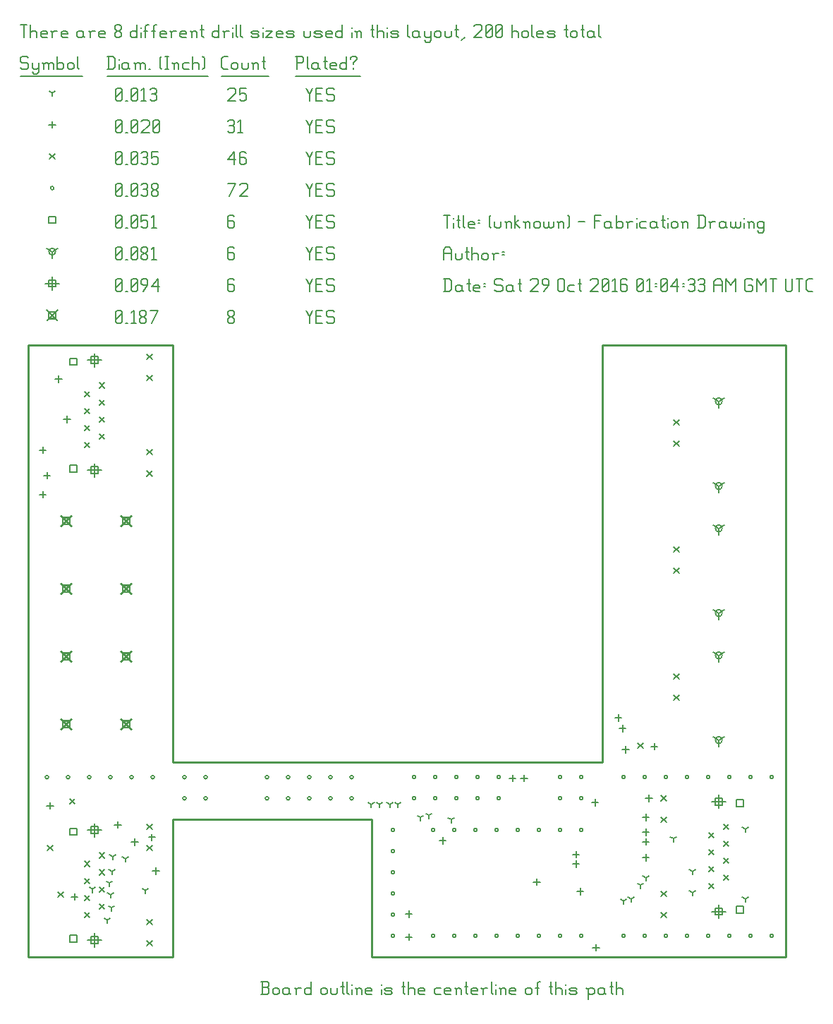
<source format=gbr>
G04 start of page 12 for group -3984 idx -3984 *
G04 Title: (unknown), fab *
G04 Creator: pcb 1.99z *
G04 CreationDate: Sat 29 Oct 2016 01:04:33 AM GMT UTC *
G04 For: commonadmin *
G04 Format: Gerber/RS-274X *
G04 PCB-Dimensions (mil): 4000.00 3000.00 *
G04 PCB-Coordinate-Origin: lower left *
%MOIN*%
%FSLAX25Y25*%
%LNFAB*%
%ADD113C,0.0100*%
%ADD112C,0.0075*%
%ADD111C,0.0060*%
%ADD110R,0.0080X0.0080*%
%ADD109C,0.0001*%
G54D109*G36*
X19254Y152997D02*X24619Y147631D01*
X24054Y147066D01*
X18688Y152431D01*
X19254Y152997D01*
G37*
G36*
X18688Y147631D02*X24054Y152997D01*
X24619Y152431D01*
X19254Y147066D01*
X18688Y147631D01*
G37*
G54D110*X20054Y151631D02*X23254D01*
X20054D02*Y148431D01*
X23254D01*
Y151631D02*Y148431D01*
G54D109*G36*
X47600Y152997D02*X52966Y147631D01*
X52400Y147066D01*
X47034Y152431D01*
X47600Y152997D01*
G37*
G36*
X47034Y147631D02*X52400Y152997D01*
X52966Y152431D01*
X47600Y147066D01*
X47034Y147631D01*
G37*
G54D110*X48400Y151631D02*X51600D01*
X48400D02*Y148431D01*
X51600D01*
Y151631D02*Y148431D01*
G54D109*G36*
X19254Y184997D02*X24619Y179631D01*
X24054Y179066D01*
X18688Y184431D01*
X19254Y184997D01*
G37*
G36*
X18688Y179631D02*X24054Y184997D01*
X24619Y184431D01*
X19254Y179066D01*
X18688Y179631D01*
G37*
G54D110*X20054Y183631D02*X23254D01*
X20054D02*Y180431D01*
X23254D01*
Y183631D02*Y180431D01*
G54D109*G36*
X47600Y184997D02*X52966Y179631D01*
X52400Y179066D01*
X47034Y184431D01*
X47600Y184997D01*
G37*
G36*
X47034Y179631D02*X52400Y184997D01*
X52966Y184431D01*
X47600Y179066D01*
X47034Y179631D01*
G37*
G54D110*X48400Y183631D02*X51600D01*
X48400D02*Y180431D01*
X51600D01*
Y183631D02*Y180431D01*
G54D109*G36*
X19254Y216997D02*X24619Y211631D01*
X24054Y211066D01*
X18688Y216431D01*
X19254Y216997D01*
G37*
G36*
X18688Y211631D02*X24054Y216997D01*
X24619Y216431D01*
X19254Y211066D01*
X18688Y211631D01*
G37*
G54D110*X20054Y215631D02*X23254D01*
X20054D02*Y212431D01*
X23254D01*
Y215631D02*Y212431D01*
G54D109*G36*
X47600Y216997D02*X52966Y211631D01*
X52400Y211066D01*
X47034Y216431D01*
X47600Y216997D01*
G37*
G36*
X47034Y211631D02*X52400Y216997D01*
X52966Y216431D01*
X47600Y211066D01*
X47034Y211631D01*
G37*
G54D110*X48400Y215631D02*X51600D01*
X48400D02*Y212431D01*
X51600D01*
Y215631D02*Y212431D01*
G54D109*G36*
X19254Y120997D02*X24619Y115631D01*
X24054Y115066D01*
X18688Y120431D01*
X19254Y120997D01*
G37*
G36*
X18688Y115631D02*X24054Y120997D01*
X24619Y120431D01*
X19254Y115066D01*
X18688Y115631D01*
G37*
G54D110*X20054Y119631D02*X23254D01*
X20054D02*Y116431D01*
X23254D01*
Y119631D02*Y116431D01*
G54D109*G36*
X47600Y120997D02*X52966Y115631D01*
X52400Y115066D01*
X47034Y120431D01*
X47600Y120997D01*
G37*
G36*
X47034Y115631D02*X52400Y120997D01*
X52966Y120431D01*
X47600Y115066D01*
X47034Y115631D01*
G37*
G54D110*X48400Y119631D02*X51600D01*
X48400D02*Y116431D01*
X51600D01*
Y119631D02*Y116431D01*
G54D109*G36*
X12600Y314216D02*X17966Y308850D01*
X17400Y308284D01*
X12034Y313650D01*
X12600Y314216D01*
G37*
G36*
X12034Y308850D02*X17400Y314216D01*
X17966Y313650D01*
X12600Y308284D01*
X12034Y308850D01*
G37*
G54D110*X13400Y312850D02*X16600D01*
X13400D02*Y309650D01*
X16600D01*
Y312850D02*Y309650D01*
G54D111*X135000Y313500D02*X136500Y310500D01*
X138000Y313500D01*
X136500Y310500D02*Y307500D01*
X139800Y310800D02*X142050D01*
X139800Y307500D02*X142800D01*
X139800Y313500D02*Y307500D01*
Y313500D02*X142800D01*
X147600D02*X148350Y312750D01*
X145350Y313500D02*X147600D01*
X144600Y312750D02*X145350Y313500D01*
X144600Y312750D02*Y311250D01*
X145350Y310500D01*
X147600D01*
X148350Y309750D01*
Y308250D01*
X147600Y307500D02*X148350Y308250D01*
X145350Y307500D02*X147600D01*
X144600Y308250D02*X145350Y307500D01*
X98000Y308250D02*X98750Y307500D01*
X98000Y309450D02*Y308250D01*
Y309450D02*X99050Y310500D01*
X99950D01*
X101000Y309450D01*
Y308250D01*
X100250Y307500D02*X101000Y308250D01*
X98750Y307500D02*X100250D01*
X98000Y311550D02*X99050Y310500D01*
X98000Y312750D02*Y311550D01*
Y312750D02*X98750Y313500D01*
X100250D01*
X101000Y312750D01*
Y311550D01*
X99950Y310500D02*X101000Y311550D01*
X45000Y308250D02*X45750Y307500D01*
X45000Y312750D02*Y308250D01*
Y312750D02*X45750Y313500D01*
X47250D01*
X48000Y312750D01*
Y308250D01*
X47250Y307500D02*X48000Y308250D01*
X45750Y307500D02*X47250D01*
X45000Y309000D02*X48000Y312000D01*
X49800Y307500D02*X50550D01*
X52350Y312300D02*X53550Y313500D01*
Y307500D01*
X52350D02*X54600D01*
X56400Y308250D02*X57150Y307500D01*
X56400Y309450D02*Y308250D01*
Y309450D02*X57450Y310500D01*
X58350D01*
X59400Y309450D01*
Y308250D01*
X58650Y307500D02*X59400Y308250D01*
X57150Y307500D02*X58650D01*
X56400Y311550D02*X57450Y310500D01*
X56400Y312750D02*Y311550D01*
Y312750D02*X57150Y313500D01*
X58650D01*
X59400Y312750D01*
Y311550D01*
X58350Y310500D02*X59400Y311550D01*
X61950Y307500D02*X64950Y313500D01*
X61200D02*X64950D01*
X35000Y293200D02*Y286800D01*
X31800Y290000D02*X38200D01*
X33400Y291600D02*X36600D01*
X33400D02*Y288400D01*
X36600D01*
Y291600D02*Y288400D01*
X35000Y241231D02*Y234831D01*
X31800Y238031D02*X38200D01*
X33400Y239631D02*X36600D01*
X33400D02*Y236431D01*
X36600D01*
Y239631D02*Y236431D01*
X330000Y32747D02*Y26347D01*
X326800Y29547D02*X333200D01*
X328400Y31147D02*X331600D01*
X328400D02*Y27947D01*
X331600D01*
Y31147D02*Y27947D01*
X330000Y84716D02*Y78316D01*
X326800Y81516D02*X333200D01*
X328400Y83116D02*X331600D01*
X328400D02*Y79916D01*
X331600D01*
Y83116D02*Y79916D01*
X35000Y71231D02*Y64831D01*
X31800Y68031D02*X38200D01*
X33400Y69631D02*X36600D01*
X33400D02*Y66431D01*
X36600D01*
Y69631D02*Y66431D01*
X35000Y19263D02*Y12863D01*
X31800Y16063D02*X38200D01*
X33400Y17663D02*X36600D01*
X33400D02*Y14463D01*
X36600D01*
Y17663D02*Y14463D01*
X15000Y329450D02*Y323050D01*
X11800Y326250D02*X18200D01*
X13400Y327850D02*X16600D01*
X13400D02*Y324650D01*
X16600D01*
Y327850D02*Y324650D01*
X135000Y328500D02*X136500Y325500D01*
X138000Y328500D01*
X136500Y325500D02*Y322500D01*
X139800Y325800D02*X142050D01*
X139800Y322500D02*X142800D01*
X139800Y328500D02*Y322500D01*
Y328500D02*X142800D01*
X147600D02*X148350Y327750D01*
X145350Y328500D02*X147600D01*
X144600Y327750D02*X145350Y328500D01*
X144600Y327750D02*Y326250D01*
X145350Y325500D01*
X147600D01*
X148350Y324750D01*
Y323250D01*
X147600Y322500D02*X148350Y323250D01*
X145350Y322500D02*X147600D01*
X144600Y323250D02*X145350Y322500D01*
X100250Y328500D02*X101000Y327750D01*
X98750Y328500D02*X100250D01*
X98000Y327750D02*X98750Y328500D01*
X98000Y327750D02*Y323250D01*
X98750Y322500D01*
X100250Y325800D02*X101000Y325050D01*
X98000Y325800D02*X100250D01*
X98750Y322500D02*X100250D01*
X101000Y323250D01*
Y325050D02*Y323250D01*
X45000D02*X45750Y322500D01*
X45000Y327750D02*Y323250D01*
Y327750D02*X45750Y328500D01*
X47250D01*
X48000Y327750D01*
Y323250D01*
X47250Y322500D02*X48000Y323250D01*
X45750Y322500D02*X47250D01*
X45000Y324000D02*X48000Y327000D01*
X49800Y322500D02*X50550D01*
X52350Y323250D02*X53100Y322500D01*
X52350Y327750D02*Y323250D01*
Y327750D02*X53100Y328500D01*
X54600D01*
X55350Y327750D01*
Y323250D01*
X54600Y322500D02*X55350Y323250D01*
X53100Y322500D02*X54600D01*
X52350Y324000D02*X55350Y327000D01*
X57900Y322500D02*X60150Y325500D01*
Y327750D02*Y325500D01*
X59400Y328500D02*X60150Y327750D01*
X57900Y328500D02*X59400D01*
X57150Y327750D02*X57900Y328500D01*
X57150Y327750D02*Y326250D01*
X57900Y325500D01*
X60150D01*
X61950Y324750D02*X64950Y328500D01*
X61950Y324750D02*X65700D01*
X64950Y328500D02*Y322500D01*
X330000Y270531D02*Y267331D01*
Y270531D02*X332773Y272131D01*
X330000Y270531D02*X327227Y272131D01*
X328400Y270531D02*G75*G03X331600Y270531I1600J0D01*G01*
G75*G03X328400Y270531I-1600J0D01*G01*
X330000Y230531D02*Y227331D01*
Y230531D02*X332773Y232131D01*
X330000Y230531D02*X327227Y232131D01*
X328400Y230531D02*G75*G03X331600Y230531I1600J0D01*G01*
G75*G03X328400Y230531I-1600J0D01*G01*
X330000Y210531D02*Y207331D01*
Y210531D02*X332773Y212131D01*
X330000Y210531D02*X327227Y212131D01*
X328400Y210531D02*G75*G03X331600Y210531I1600J0D01*G01*
G75*G03X328400Y210531I-1600J0D01*G01*
X330000Y170531D02*Y167331D01*
Y170531D02*X332773Y172131D01*
X330000Y170531D02*X327227Y172131D01*
X328400Y170531D02*G75*G03X331600Y170531I1600J0D01*G01*
G75*G03X328400Y170531I-1600J0D01*G01*
X330000Y150531D02*Y147331D01*
Y150531D02*X332773Y152131D01*
X330000Y150531D02*X327227Y152131D01*
X328400Y150531D02*G75*G03X331600Y150531I1600J0D01*G01*
G75*G03X328400Y150531I-1600J0D01*G01*
X330000Y110531D02*Y107331D01*
Y110531D02*X332773Y112131D01*
X330000Y110531D02*X327227Y112131D01*
X328400Y110531D02*G75*G03X331600Y110531I1600J0D01*G01*
G75*G03X328400Y110531I-1600J0D01*G01*
X15000Y341250D02*Y338050D01*
Y341250D02*X17773Y342850D01*
X15000Y341250D02*X12227Y342850D01*
X13400Y341250D02*G75*G03X16600Y341250I1600J0D01*G01*
G75*G03X13400Y341250I-1600J0D01*G01*
X135000Y343500D02*X136500Y340500D01*
X138000Y343500D01*
X136500Y340500D02*Y337500D01*
X139800Y340800D02*X142050D01*
X139800Y337500D02*X142800D01*
X139800Y343500D02*Y337500D01*
Y343500D02*X142800D01*
X147600D02*X148350Y342750D01*
X145350Y343500D02*X147600D01*
X144600Y342750D02*X145350Y343500D01*
X144600Y342750D02*Y341250D01*
X145350Y340500D01*
X147600D01*
X148350Y339750D01*
Y338250D01*
X147600Y337500D02*X148350Y338250D01*
X145350Y337500D02*X147600D01*
X144600Y338250D02*X145350Y337500D01*
X100250Y343500D02*X101000Y342750D01*
X98750Y343500D02*X100250D01*
X98000Y342750D02*X98750Y343500D01*
X98000Y342750D02*Y338250D01*
X98750Y337500D01*
X100250Y340800D02*X101000Y340050D01*
X98000Y340800D02*X100250D01*
X98750Y337500D02*X100250D01*
X101000Y338250D01*
Y340050D02*Y338250D01*
X45000D02*X45750Y337500D01*
X45000Y342750D02*Y338250D01*
Y342750D02*X45750Y343500D01*
X47250D01*
X48000Y342750D01*
Y338250D01*
X47250Y337500D02*X48000Y338250D01*
X45750Y337500D02*X47250D01*
X45000Y339000D02*X48000Y342000D01*
X49800Y337500D02*X50550D01*
X52350Y338250D02*X53100Y337500D01*
X52350Y342750D02*Y338250D01*
Y342750D02*X53100Y343500D01*
X54600D01*
X55350Y342750D01*
Y338250D01*
X54600Y337500D02*X55350Y338250D01*
X53100Y337500D02*X54600D01*
X52350Y339000D02*X55350Y342000D01*
X57150Y338250D02*X57900Y337500D01*
X57150Y339450D02*Y338250D01*
Y339450D02*X58200Y340500D01*
X59100D01*
X60150Y339450D01*
Y338250D01*
X59400Y337500D02*X60150Y338250D01*
X57900Y337500D02*X59400D01*
X57150Y341550D02*X58200Y340500D01*
X57150Y342750D02*Y341550D01*
Y342750D02*X57900Y343500D01*
X59400D01*
X60150Y342750D01*
Y341550D01*
X59100Y340500D02*X60150Y341550D01*
X61950Y342300D02*X63150Y343500D01*
Y337500D01*
X61950D02*X64200D01*
X23361Y240419D02*X26561D01*
X23361D02*Y237219D01*
X26561D01*
Y240419D02*Y237219D01*
X23361Y290813D02*X26561D01*
X23361D02*Y287613D01*
X26561D01*
Y290813D02*Y287613D01*
X338439Y82328D02*X341639D01*
X338439D02*Y79128D01*
X341639D01*
Y82328D02*Y79128D01*
X338439Y31935D02*X341639D01*
X338439D02*Y28735D01*
X341639D01*
Y31935D02*Y28735D01*
X23361Y18450D02*X26561D01*
X23361D02*Y15250D01*
X26561D01*
Y18450D02*Y15250D01*
X23361Y68844D02*X26561D01*
X23361D02*Y65644D01*
X26561D01*
Y68844D02*Y65644D01*
X13400Y357850D02*X16600D01*
X13400D02*Y354650D01*
X16600D01*
Y357850D02*Y354650D01*
X135000Y358500D02*X136500Y355500D01*
X138000Y358500D01*
X136500Y355500D02*Y352500D01*
X139800Y355800D02*X142050D01*
X139800Y352500D02*X142800D01*
X139800Y358500D02*Y352500D01*
Y358500D02*X142800D01*
X147600D02*X148350Y357750D01*
X145350Y358500D02*X147600D01*
X144600Y357750D02*X145350Y358500D01*
X144600Y357750D02*Y356250D01*
X145350Y355500D01*
X147600D01*
X148350Y354750D01*
Y353250D01*
X147600Y352500D02*X148350Y353250D01*
X145350Y352500D02*X147600D01*
X144600Y353250D02*X145350Y352500D01*
X100250Y358500D02*X101000Y357750D01*
X98750Y358500D02*X100250D01*
X98000Y357750D02*X98750Y358500D01*
X98000Y357750D02*Y353250D01*
X98750Y352500D01*
X100250Y355800D02*X101000Y355050D01*
X98000Y355800D02*X100250D01*
X98750Y352500D02*X100250D01*
X101000Y353250D01*
Y355050D02*Y353250D01*
X45000D02*X45750Y352500D01*
X45000Y357750D02*Y353250D01*
Y357750D02*X45750Y358500D01*
X47250D01*
X48000Y357750D01*
Y353250D01*
X47250Y352500D02*X48000Y353250D01*
X45750Y352500D02*X47250D01*
X45000Y354000D02*X48000Y357000D01*
X49800Y352500D02*X50550D01*
X52350Y353250D02*X53100Y352500D01*
X52350Y357750D02*Y353250D01*
Y357750D02*X53100Y358500D01*
X54600D01*
X55350Y357750D01*
Y353250D01*
X54600Y352500D02*X55350Y353250D01*
X53100Y352500D02*X54600D01*
X52350Y354000D02*X55350Y357000D01*
X57150Y358500D02*X60150D01*
X57150D02*Y355500D01*
X57900Y356250D01*
X59400D01*
X60150Y355500D01*
Y353250D01*
X59400Y352500D02*X60150Y353250D01*
X57900Y352500D02*X59400D01*
X57150Y353250D02*X57900Y352500D01*
X61950Y357300D02*X63150Y358500D01*
Y352500D01*
X61950D02*X64200D01*
X254200Y93031D02*G75*G03X255800Y93031I800J0D01*G01*
G75*G03X254200Y93031I-800J0D01*G01*
Y83031D02*G75*G03X255800Y83031I800J0D01*G01*
G75*G03X254200Y83031I-800J0D01*G01*
X264200D02*G75*G03X265800Y83031I800J0D01*G01*
G75*G03X264200Y83031I-800J0D01*G01*
Y93031D02*G75*G03X265800Y93031I800J0D01*G01*
G75*G03X264200Y93031I-800J0D01*G01*
X76700D02*G75*G03X78300Y93031I800J0D01*G01*
G75*G03X76700Y93031I-800J0D01*G01*
Y83031D02*G75*G03X78300Y83031I800J0D01*G01*
G75*G03X76700Y83031I-800J0D01*G01*
X86700D02*G75*G03X88300Y83031I800J0D01*G01*
G75*G03X86700Y83031I-800J0D01*G01*
Y93031D02*G75*G03X88300Y93031I800J0D01*G01*
G75*G03X86700Y93031I-800J0D01*G01*
X11700D02*G75*G03X13300Y93031I800J0D01*G01*
G75*G03X11700Y93031I-800J0D01*G01*
X21700D02*G75*G03X23300Y93031I800J0D01*G01*
G75*G03X21700Y93031I-800J0D01*G01*
X31700D02*G75*G03X33300Y93031I800J0D01*G01*
G75*G03X31700Y93031I-800J0D01*G01*
X41700D02*G75*G03X43300Y93031I800J0D01*G01*
G75*G03X41700Y93031I-800J0D01*G01*
X51700D02*G75*G03X53300Y93031I800J0D01*G01*
G75*G03X51700Y93031I-800J0D01*G01*
X61700D02*G75*G03X63300Y93031I800J0D01*G01*
G75*G03X61700Y93031I-800J0D01*G01*
X185200Y83031D02*G75*G03X186800Y83031I800J0D01*G01*
G75*G03X185200Y83031I-800J0D01*G01*
Y93031D02*G75*G03X186800Y93031I800J0D01*G01*
G75*G03X185200Y93031I-800J0D01*G01*
X195200Y83031D02*G75*G03X196800Y83031I800J0D01*G01*
G75*G03X195200Y83031I-800J0D01*G01*
Y93031D02*G75*G03X196800Y93031I800J0D01*G01*
G75*G03X195200Y93031I-800J0D01*G01*
X205200Y83031D02*G75*G03X206800Y83031I800J0D01*G01*
G75*G03X205200Y83031I-800J0D01*G01*
Y93031D02*G75*G03X206800Y93031I800J0D01*G01*
G75*G03X205200Y93031I-800J0D01*G01*
X215200Y83031D02*G75*G03X216800Y83031I800J0D01*G01*
G75*G03X215200Y83031I-800J0D01*G01*
Y93031D02*G75*G03X216800Y93031I800J0D01*G01*
G75*G03X215200Y93031I-800J0D01*G01*
X225200Y83031D02*G75*G03X226800Y83031I800J0D01*G01*
G75*G03X225200Y83031I-800J0D01*G01*
Y93031D02*G75*G03X226800Y93031I800J0D01*G01*
G75*G03X225200Y93031I-800J0D01*G01*
X115700Y83031D02*G75*G03X117300Y83031I800J0D01*G01*
G75*G03X115700Y83031I-800J0D01*G01*
Y93031D02*G75*G03X117300Y93031I800J0D01*G01*
G75*G03X115700Y93031I-800J0D01*G01*
X125700Y83031D02*G75*G03X127300Y83031I800J0D01*G01*
G75*G03X125700Y83031I-800J0D01*G01*
Y93031D02*G75*G03X127300Y93031I800J0D01*G01*
G75*G03X125700Y93031I-800J0D01*G01*
X135700Y83031D02*G75*G03X137300Y83031I800J0D01*G01*
G75*G03X135700Y83031I-800J0D01*G01*
Y93031D02*G75*G03X137300Y93031I800J0D01*G01*
G75*G03X135700Y93031I-800J0D01*G01*
X145700Y83031D02*G75*G03X147300Y83031I800J0D01*G01*
G75*G03X145700Y83031I-800J0D01*G01*
Y93031D02*G75*G03X147300Y93031I800J0D01*G01*
G75*G03X145700Y93031I-800J0D01*G01*
X155700Y83031D02*G75*G03X157300Y83031I800J0D01*G01*
G75*G03X155700Y83031I-800J0D01*G01*
Y93031D02*G75*G03X157300Y93031I800J0D01*G01*
G75*G03X155700Y93031I-800J0D01*G01*
X354200Y18031D02*G75*G03X355800Y18031I800J0D01*G01*
G75*G03X354200Y18031I-800J0D01*G01*
X344200D02*G75*G03X345800Y18031I800J0D01*G01*
G75*G03X344200Y18031I-800J0D01*G01*
X334200D02*G75*G03X335800Y18031I800J0D01*G01*
G75*G03X334200Y18031I-800J0D01*G01*
X324200D02*G75*G03X325800Y18031I800J0D01*G01*
G75*G03X324200Y18031I-800J0D01*G01*
X314200D02*G75*G03X315800Y18031I800J0D01*G01*
G75*G03X314200Y18031I-800J0D01*G01*
X304200D02*G75*G03X305800Y18031I800J0D01*G01*
G75*G03X304200Y18031I-800J0D01*G01*
X294200D02*G75*G03X295800Y18031I800J0D01*G01*
G75*G03X294200Y18031I-800J0D01*G01*
X284200D02*G75*G03X285800Y18031I800J0D01*G01*
G75*G03X284200Y18031I-800J0D01*G01*
X354200Y93031D02*G75*G03X355800Y93031I800J0D01*G01*
G75*G03X354200Y93031I-800J0D01*G01*
X344200D02*G75*G03X345800Y93031I800J0D01*G01*
G75*G03X344200Y93031I-800J0D01*G01*
X334200D02*G75*G03X335800Y93031I800J0D01*G01*
G75*G03X334200Y93031I-800J0D01*G01*
X324200D02*G75*G03X325800Y93031I800J0D01*G01*
G75*G03X324200Y93031I-800J0D01*G01*
X314200D02*G75*G03X315800Y93031I800J0D01*G01*
G75*G03X314200Y93031I-800J0D01*G01*
X304200D02*G75*G03X305800Y93031I800J0D01*G01*
G75*G03X304200Y93031I-800J0D01*G01*
X294200D02*G75*G03X295800Y93031I800J0D01*G01*
G75*G03X294200Y93031I-800J0D01*G01*
X284200D02*G75*G03X285800Y93031I800J0D01*G01*
G75*G03X284200Y93031I-800J0D01*G01*
X264200Y18031D02*G75*G03X265800Y18031I800J0D01*G01*
G75*G03X264200Y18031I-800J0D01*G01*
X254200D02*G75*G03X255800Y18031I800J0D01*G01*
G75*G03X254200Y18031I-800J0D01*G01*
X244200D02*G75*G03X245800Y18031I800J0D01*G01*
G75*G03X244200Y18031I-800J0D01*G01*
X234200D02*G75*G03X235800Y18031I800J0D01*G01*
G75*G03X234200Y18031I-800J0D01*G01*
X224200D02*G75*G03X225800Y18031I800J0D01*G01*
G75*G03X224200Y18031I-800J0D01*G01*
X214200D02*G75*G03X215800Y18031I800J0D01*G01*
G75*G03X214200Y18031I-800J0D01*G01*
X204200D02*G75*G03X205800Y18031I800J0D01*G01*
G75*G03X204200Y18031I-800J0D01*G01*
X194200D02*G75*G03X195800Y18031I800J0D01*G01*
G75*G03X194200Y18031I-800J0D01*G01*
X264200Y68031D02*G75*G03X265800Y68031I800J0D01*G01*
G75*G03X264200Y68031I-800J0D01*G01*
X254200D02*G75*G03X255800Y68031I800J0D01*G01*
G75*G03X254200Y68031I-800J0D01*G01*
X244200D02*G75*G03X245800Y68031I800J0D01*G01*
G75*G03X244200Y68031I-800J0D01*G01*
X234200D02*G75*G03X235800Y68031I800J0D01*G01*
G75*G03X234200Y68031I-800J0D01*G01*
X224200D02*G75*G03X225800Y68031I800J0D01*G01*
G75*G03X224200Y68031I-800J0D01*G01*
X214200D02*G75*G03X215800Y68031I800J0D01*G01*
G75*G03X214200Y68031I-800J0D01*G01*
X204200D02*G75*G03X205800Y68031I800J0D01*G01*
G75*G03X204200Y68031I-800J0D01*G01*
X194200D02*G75*G03X195800Y68031I800J0D01*G01*
G75*G03X194200Y68031I-800J0D01*G01*
X175200D02*G75*G03X176800Y68031I800J0D01*G01*
G75*G03X175200Y68031I-800J0D01*G01*
Y58031D02*G75*G03X176800Y58031I800J0D01*G01*
G75*G03X175200Y58031I-800J0D01*G01*
Y48031D02*G75*G03X176800Y48031I800J0D01*G01*
G75*G03X175200Y48031I-800J0D01*G01*
Y38031D02*G75*G03X176800Y38031I800J0D01*G01*
G75*G03X175200Y38031I-800J0D01*G01*
Y28031D02*G75*G03X176800Y28031I800J0D01*G01*
G75*G03X175200Y28031I-800J0D01*G01*
Y18031D02*G75*G03X176800Y18031I800J0D01*G01*
G75*G03X175200Y18031I-800J0D01*G01*
X14200Y371250D02*G75*G03X15800Y371250I800J0D01*G01*
G75*G03X14200Y371250I-800J0D01*G01*
X135000Y373500D02*X136500Y370500D01*
X138000Y373500D01*
X136500Y370500D02*Y367500D01*
X139800Y370800D02*X142050D01*
X139800Y367500D02*X142800D01*
X139800Y373500D02*Y367500D01*
Y373500D02*X142800D01*
X147600D02*X148350Y372750D01*
X145350Y373500D02*X147600D01*
X144600Y372750D02*X145350Y373500D01*
X144600Y372750D02*Y371250D01*
X145350Y370500D01*
X147600D01*
X148350Y369750D01*
Y368250D01*
X147600Y367500D02*X148350Y368250D01*
X145350Y367500D02*X147600D01*
X144600Y368250D02*X145350Y367500D01*
X98750D02*X101750Y373500D01*
X98000D02*X101750D01*
X103550Y372750D02*X104300Y373500D01*
X106550D01*
X107300Y372750D01*
Y371250D01*
X103550Y367500D02*X107300Y371250D01*
X103550Y367500D02*X107300D01*
X45000Y368250D02*X45750Y367500D01*
X45000Y372750D02*Y368250D01*
Y372750D02*X45750Y373500D01*
X47250D01*
X48000Y372750D01*
Y368250D01*
X47250Y367500D02*X48000Y368250D01*
X45750Y367500D02*X47250D01*
X45000Y369000D02*X48000Y372000D01*
X49800Y367500D02*X50550D01*
X52350Y368250D02*X53100Y367500D01*
X52350Y372750D02*Y368250D01*
Y372750D02*X53100Y373500D01*
X54600D01*
X55350Y372750D01*
Y368250D01*
X54600Y367500D02*X55350Y368250D01*
X53100Y367500D02*X54600D01*
X52350Y369000D02*X55350Y372000D01*
X57150Y372750D02*X57900Y373500D01*
X59400D01*
X60150Y372750D01*
X59400Y367500D02*X60150Y368250D01*
X57900Y367500D02*X59400D01*
X57150Y368250D02*X57900Y367500D01*
Y370800D02*X59400D01*
X60150Y372750D02*Y371550D01*
Y370050D02*Y368250D01*
Y370050D02*X59400Y370800D01*
X60150Y371550D02*X59400Y370800D01*
X61950Y368250D02*X62700Y367500D01*
X61950Y369450D02*Y368250D01*
Y369450D02*X63000Y370500D01*
X63900D01*
X64950Y369450D01*
Y368250D01*
X64200Y367500D02*X64950Y368250D01*
X62700Y367500D02*X64200D01*
X61950Y371550D02*X63000Y370500D01*
X61950Y372750D02*Y371550D01*
Y372750D02*X62700Y373500D01*
X64200D01*
X64950Y372750D01*
Y371550D01*
X63900Y370500D02*X64950Y371550D01*
X308800Y251731D02*X311200Y249331D01*
X308800D02*X311200Y251731D01*
X308800Y261731D02*X311200Y259331D01*
X308800D02*X311200Y261731D01*
X308800Y191731D02*X311200Y189331D01*
X308800D02*X311200Y191731D01*
X308800Y201731D02*X311200Y199331D01*
X308800D02*X311200Y201731D01*
X308800Y131731D02*X311200Y129331D01*
X308800D02*X311200Y131731D01*
X308800Y141731D02*X311200Y139331D01*
X308800D02*X311200Y141731D01*
X12800Y60731D02*X15200Y58331D01*
X12800D02*X15200Y60731D01*
X17800Y38731D02*X20200Y36331D01*
X17800D02*X20200Y38731D01*
X23300Y82731D02*X25700Y80331D01*
X23300D02*X25700Y82731D01*
X291800Y109231D02*X294200Y106831D01*
X291800D02*X294200Y109231D01*
X59784Y282735D02*X62184Y280335D01*
X59784D02*X62184Y282735D01*
X59784Y247696D02*X62184Y245296D01*
X59784D02*X62184Y247696D01*
X59784Y292775D02*X62184Y290375D01*
X59784D02*X62184Y292775D01*
X59784Y237657D02*X62184Y235257D01*
X59784D02*X62184Y237657D01*
X37343Y279271D02*X39743Y276871D01*
X37343D02*X39743Y279271D01*
X37343Y271239D02*X39743Y268839D01*
X37343D02*X39743Y271239D01*
X37343Y255176D02*X39743Y252776D01*
X37343D02*X39743Y255176D01*
X37343Y263208D02*X39743Y260808D01*
X37343D02*X39743Y263208D01*
X30257Y251161D02*X32657Y248761D01*
X30257D02*X32657Y251161D01*
X30257Y259192D02*X32657Y256792D01*
X30257D02*X32657Y259192D01*
X30257Y275255D02*X32657Y272855D01*
X30257D02*X32657Y275255D01*
X30257Y267224D02*X32657Y264824D01*
X30257D02*X32657Y267224D01*
X302816Y39212D02*X305216Y36812D01*
X302816D02*X305216Y39212D01*
X302816Y74251D02*X305216Y71851D01*
X302816D02*X305216Y74251D01*
X302816Y29172D02*X305216Y26772D01*
X302816D02*X305216Y29172D01*
X302816Y84291D02*X305216Y81891D01*
X302816D02*X305216Y84291D01*
X325257Y42676D02*X327657Y40276D01*
X325257D02*X327657Y42676D01*
X325257Y50708D02*X327657Y48308D01*
X325257D02*X327657Y50708D01*
X325257Y66771D02*X327657Y64371D01*
X325257D02*X327657Y66771D01*
X325257Y58739D02*X327657Y56339D01*
X325257D02*X327657Y58739D01*
X332343Y70787D02*X334743Y68387D01*
X332343D02*X334743Y70787D01*
X332343Y62755D02*X334743Y60355D01*
X332343D02*X334743Y62755D01*
X332343Y46692D02*X334743Y44292D01*
X332343D02*X334743Y46692D01*
X332343Y54724D02*X334743Y52324D01*
X332343D02*X334743Y54724D01*
X59784Y60767D02*X62184Y58367D01*
X59784D02*X62184Y60767D01*
X59784Y25728D02*X62184Y23328D01*
X59784D02*X62184Y25728D01*
X59784Y70806D02*X62184Y68406D01*
X59784D02*X62184Y70806D01*
X59784Y15688D02*X62184Y13288D01*
X59784D02*X62184Y15688D01*
X37343Y57302D02*X39743Y54902D01*
X37343D02*X39743Y57302D01*
X37343Y49271D02*X39743Y46871D01*
X37343D02*X39743Y49271D01*
X37343Y33208D02*X39743Y30808D01*
X37343D02*X39743Y33208D01*
X37343Y41239D02*X39743Y38839D01*
X37343D02*X39743Y41239D01*
X30257Y29192D02*X32657Y26792D01*
X30257D02*X32657Y29192D01*
X30257Y37224D02*X32657Y34824D01*
X30257D02*X32657Y37224D01*
X30257Y53287D02*X32657Y50887D01*
X30257D02*X32657Y53287D01*
X30257Y45255D02*X32657Y42855D01*
X30257D02*X32657Y45255D01*
X13800Y387450D02*X16200Y385050D01*
X13800D02*X16200Y387450D01*
X135000Y388500D02*X136500Y385500D01*
X138000Y388500D01*
X136500Y385500D02*Y382500D01*
X139800Y385800D02*X142050D01*
X139800Y382500D02*X142800D01*
X139800Y388500D02*Y382500D01*
Y388500D02*X142800D01*
X147600D02*X148350Y387750D01*
X145350Y388500D02*X147600D01*
X144600Y387750D02*X145350Y388500D01*
X144600Y387750D02*Y386250D01*
X145350Y385500D01*
X147600D01*
X148350Y384750D01*
Y383250D01*
X147600Y382500D02*X148350Y383250D01*
X145350Y382500D02*X147600D01*
X144600Y383250D02*X145350Y382500D01*
X98000Y384750D02*X101000Y388500D01*
X98000Y384750D02*X101750D01*
X101000Y388500D02*Y382500D01*
X105800Y388500D02*X106550Y387750D01*
X104300Y388500D02*X105800D01*
X103550Y387750D02*X104300Y388500D01*
X103550Y387750D02*Y383250D01*
X104300Y382500D01*
X105800Y385800D02*X106550Y385050D01*
X103550Y385800D02*X105800D01*
X104300Y382500D02*X105800D01*
X106550Y383250D01*
Y385050D02*Y383250D01*
X45000D02*X45750Y382500D01*
X45000Y387750D02*Y383250D01*
Y387750D02*X45750Y388500D01*
X47250D01*
X48000Y387750D01*
Y383250D01*
X47250Y382500D02*X48000Y383250D01*
X45750Y382500D02*X47250D01*
X45000Y384000D02*X48000Y387000D01*
X49800Y382500D02*X50550D01*
X52350Y383250D02*X53100Y382500D01*
X52350Y387750D02*Y383250D01*
Y387750D02*X53100Y388500D01*
X54600D01*
X55350Y387750D01*
Y383250D01*
X54600Y382500D02*X55350Y383250D01*
X53100Y382500D02*X54600D01*
X52350Y384000D02*X55350Y387000D01*
X57150Y387750D02*X57900Y388500D01*
X59400D01*
X60150Y387750D01*
X59400Y382500D02*X60150Y383250D01*
X57900Y382500D02*X59400D01*
X57150Y383250D02*X57900Y382500D01*
Y385800D02*X59400D01*
X60150Y387750D02*Y386550D01*
Y385050D02*Y383250D01*
Y385050D02*X59400Y385800D01*
X60150Y386550D02*X59400Y385800D01*
X61950Y388500D02*X64950D01*
X61950D02*Y385500D01*
X62700Y386250D01*
X64200D01*
X64950Y385500D01*
Y383250D01*
X64200Y382500D02*X64950Y383250D01*
X62700Y382500D02*X64200D01*
X61950Y383250D02*X62700Y382500D01*
X25500Y38131D02*Y34931D01*
X23900Y36531D02*X27100D01*
X22000Y263631D02*Y260431D01*
X20400Y262031D02*X23600D01*
X10500Y228131D02*Y224931D01*
X8900Y226531D02*X12100D01*
X12500Y237131D02*Y233931D01*
X10900Y235531D02*X14100D01*
X10500Y249131D02*Y245931D01*
X8900Y247531D02*X12100D01*
X14000Y81131D02*Y77931D01*
X12400Y79531D02*X15600D01*
X46000Y72131D02*Y68931D01*
X44400Y70531D02*X47600D01*
X54000Y64046D02*Y60846D01*
X52400Y62446D02*X55600D01*
X18000Y282631D02*Y279431D01*
X16400Y281031D02*X19600D01*
X62100Y66231D02*Y63031D01*
X60500Y64631D02*X63700D01*
X63900Y50431D02*Y47231D01*
X62300Y48831D02*X65500D01*
X183500Y30046D02*Y26846D01*
X181900Y28446D02*X185100D01*
X272000Y14131D02*Y10931D01*
X270400Y12531D02*X273600D01*
X183500Y19131D02*Y15931D01*
X181900Y17531D02*X185100D01*
X297000Y84631D02*Y81431D01*
X295400Y83031D02*X298600D01*
X271500Y82631D02*Y79431D01*
X269900Y81031D02*X273100D01*
X199500Y64631D02*Y61431D01*
X197900Y63031D02*X201100D01*
X286000Y107631D02*Y104431D01*
X284400Y106031D02*X287600D01*
X299500Y109131D02*Y105931D01*
X297900Y107531D02*X301100D01*
X284500Y117631D02*Y114431D01*
X282900Y116031D02*X286100D01*
X282500Y122631D02*Y119431D01*
X280900Y121031D02*X284100D01*
X232500Y94131D02*Y90931D01*
X230900Y92531D02*X234100D01*
X238000Y94131D02*Y90931D01*
X236400Y92531D02*X239600D01*
X264500Y40631D02*Y37431D01*
X262900Y39031D02*X266100D01*
X244000Y45131D02*Y41931D01*
X242400Y43531D02*X245600D01*
X295500Y64131D02*Y60931D01*
X293900Y62531D02*X297100D01*
X295500Y68631D02*Y65431D01*
X293900Y67031D02*X297100D01*
X295500Y75631D02*Y72431D01*
X293900Y74031D02*X297100D01*
X295500Y56631D02*Y53431D01*
X293900Y55031D02*X297100D01*
X262500Y58131D02*Y54931D01*
X260900Y56531D02*X264100D01*
X262500Y53631D02*Y50431D01*
X260900Y52031D02*X264100D01*
X15000Y402850D02*Y399650D01*
X13400Y401250D02*X16600D01*
X135000Y403500D02*X136500Y400500D01*
X138000Y403500D01*
X136500Y400500D02*Y397500D01*
X139800Y400800D02*X142050D01*
X139800Y397500D02*X142800D01*
X139800Y403500D02*Y397500D01*
Y403500D02*X142800D01*
X147600D02*X148350Y402750D01*
X145350Y403500D02*X147600D01*
X144600Y402750D02*X145350Y403500D01*
X144600Y402750D02*Y401250D01*
X145350Y400500D01*
X147600D01*
X148350Y399750D01*
Y398250D01*
X147600Y397500D02*X148350Y398250D01*
X145350Y397500D02*X147600D01*
X144600Y398250D02*X145350Y397500D01*
X98000Y402750D02*X98750Y403500D01*
X100250D01*
X101000Y402750D01*
X100250Y397500D02*X101000Y398250D01*
X98750Y397500D02*X100250D01*
X98000Y398250D02*X98750Y397500D01*
Y400800D02*X100250D01*
X101000Y402750D02*Y401550D01*
Y400050D02*Y398250D01*
Y400050D02*X100250Y400800D01*
X101000Y401550D02*X100250Y400800D01*
X102800Y402300D02*X104000Y403500D01*
Y397500D01*
X102800D02*X105050D01*
X45000Y398250D02*X45750Y397500D01*
X45000Y402750D02*Y398250D01*
Y402750D02*X45750Y403500D01*
X47250D01*
X48000Y402750D01*
Y398250D01*
X47250Y397500D02*X48000Y398250D01*
X45750Y397500D02*X47250D01*
X45000Y399000D02*X48000Y402000D01*
X49800Y397500D02*X50550D01*
X52350Y398250D02*X53100Y397500D01*
X52350Y402750D02*Y398250D01*
Y402750D02*X53100Y403500D01*
X54600D01*
X55350Y402750D01*
Y398250D01*
X54600Y397500D02*X55350Y398250D01*
X53100Y397500D02*X54600D01*
X52350Y399000D02*X55350Y402000D01*
X57150Y402750D02*X57900Y403500D01*
X60150D01*
X60900Y402750D01*
Y401250D01*
X57150Y397500D02*X60900Y401250D01*
X57150Y397500D02*X60900D01*
X62700Y398250D02*X63450Y397500D01*
X62700Y402750D02*Y398250D01*
Y402750D02*X63450Y403500D01*
X64950D01*
X65700Y402750D01*
Y398250D01*
X64950Y397500D02*X65700Y398250D01*
X63450Y397500D02*X64950D01*
X62700Y399000D02*X65700Y402000D01*
X59000Y39531D02*Y37931D01*
Y39531D02*X60387Y40331D01*
X59000Y39531D02*X57613Y40331D01*
X49500Y54531D02*Y52931D01*
Y54531D02*X50887Y55331D01*
X49500Y54531D02*X48113Y55331D01*
X43500Y55531D02*Y53931D01*
Y55531D02*X44887Y56331D01*
X43500Y55531D02*X42113Y56331D01*
X41000Y25531D02*Y23931D01*
Y25531D02*X42387Y26331D01*
X41000Y25531D02*X39613Y26331D01*
X42000Y43031D02*Y41431D01*
Y43031D02*X43387Y43831D01*
X42000Y43031D02*X40613Y43831D01*
X43100Y31331D02*Y29731D01*
Y31331D02*X44487Y32131D01*
X43100Y31331D02*X41713Y32131D01*
X42500Y37531D02*Y35931D01*
Y37531D02*X43887Y38331D01*
X42500Y37531D02*X41113Y38331D01*
X33900Y40131D02*Y38531D01*
Y40131D02*X35287Y40931D01*
X33900Y40131D02*X32513Y40931D01*
X43200Y48531D02*Y46931D01*
Y48531D02*X44587Y49331D01*
X43200Y48531D02*X41813Y49331D01*
X342500Y35531D02*Y33931D01*
Y35531D02*X343887Y36331D01*
X342500Y35531D02*X341113Y36331D01*
X342500Y68531D02*Y66931D01*
Y68531D02*X343887Y69331D01*
X342500Y68531D02*X341113Y69331D01*
X308500Y64031D02*Y62431D01*
Y64031D02*X309887Y64831D01*
X308500Y64031D02*X307113Y64831D01*
X317500Y38531D02*Y36931D01*
Y38531D02*X318887Y39331D01*
X317500Y38531D02*X316113Y39331D01*
X317500Y48531D02*Y46931D01*
Y48531D02*X318887Y49331D01*
X317500Y48531D02*X316113Y49331D01*
X288500Y35531D02*Y33931D01*
Y35531D02*X289887Y36331D01*
X288500Y35531D02*X287113Y36331D01*
X285000Y34531D02*Y32931D01*
Y34531D02*X286387Y35331D01*
X285000Y34531D02*X283613Y35331D01*
X293000Y42031D02*Y40431D01*
Y42031D02*X294387Y42831D01*
X293000Y42031D02*X291613Y42831D01*
X295500Y45531D02*Y43931D01*
Y45531D02*X296887Y46331D01*
X295500Y45531D02*X294113Y46331D01*
X169700Y80231D02*Y78631D01*
Y80231D02*X171087Y81031D01*
X169700Y80231D02*X168313Y81031D01*
X165800Y80231D02*Y78631D01*
Y80231D02*X167187Y81031D01*
X165800Y80231D02*X164413Y81031D01*
X178400Y80231D02*Y78631D01*
Y80231D02*X179787Y81031D01*
X178400Y80231D02*X177013Y81031D01*
X174500Y80231D02*Y78631D01*
Y80231D02*X175887Y81031D01*
X174500Y80231D02*X173113Y81031D01*
X189000Y74031D02*Y72431D01*
Y74031D02*X190387Y74831D01*
X189000Y74031D02*X187613Y74831D01*
X203500Y73031D02*Y71431D01*
Y73031D02*X204887Y73831D01*
X203500Y73031D02*X202113Y73831D01*
X193000Y75031D02*Y73431D01*
Y75031D02*X194387Y75831D01*
X193000Y75031D02*X191613Y75831D01*
X15000Y416250D02*Y414650D01*
Y416250D02*X16387Y417050D01*
X15000Y416250D02*X13613Y417050D01*
X135000Y418500D02*X136500Y415500D01*
X138000Y418500D01*
X136500Y415500D02*Y412500D01*
X139800Y415800D02*X142050D01*
X139800Y412500D02*X142800D01*
X139800Y418500D02*Y412500D01*
Y418500D02*X142800D01*
X147600D02*X148350Y417750D01*
X145350Y418500D02*X147600D01*
X144600Y417750D02*X145350Y418500D01*
X144600Y417750D02*Y416250D01*
X145350Y415500D01*
X147600D01*
X148350Y414750D01*
Y413250D01*
X147600Y412500D02*X148350Y413250D01*
X145350Y412500D02*X147600D01*
X144600Y413250D02*X145350Y412500D01*
X98000Y417750D02*X98750Y418500D01*
X101000D01*
X101750Y417750D01*
Y416250D01*
X98000Y412500D02*X101750Y416250D01*
X98000Y412500D02*X101750D01*
X103550Y418500D02*X106550D01*
X103550D02*Y415500D01*
X104300Y416250D01*
X105800D01*
X106550Y415500D01*
Y413250D01*
X105800Y412500D02*X106550Y413250D01*
X104300Y412500D02*X105800D01*
X103550Y413250D02*X104300Y412500D01*
X45000Y413250D02*X45750Y412500D01*
X45000Y417750D02*Y413250D01*
Y417750D02*X45750Y418500D01*
X47250D01*
X48000Y417750D01*
Y413250D01*
X47250Y412500D02*X48000Y413250D01*
X45750Y412500D02*X47250D01*
X45000Y414000D02*X48000Y417000D01*
X49800Y412500D02*X50550D01*
X52350Y413250D02*X53100Y412500D01*
X52350Y417750D02*Y413250D01*
Y417750D02*X53100Y418500D01*
X54600D01*
X55350Y417750D01*
Y413250D01*
X54600Y412500D02*X55350Y413250D01*
X53100Y412500D02*X54600D01*
X52350Y414000D02*X55350Y417000D01*
X57150Y417300D02*X58350Y418500D01*
Y412500D01*
X57150D02*X59400D01*
X61200Y417750D02*X61950Y418500D01*
X63450D01*
X64200Y417750D01*
X63450Y412500D02*X64200Y413250D01*
X61950Y412500D02*X63450D01*
X61200Y413250D02*X61950Y412500D01*
Y415800D02*X63450D01*
X64200Y417750D02*Y416550D01*
Y415050D02*Y413250D01*
Y415050D02*X63450Y415800D01*
X64200Y416550D02*X63450Y415800D01*
X3000Y433500D02*X3750Y432750D01*
X750Y433500D02*X3000D01*
X0Y432750D02*X750Y433500D01*
X0Y432750D02*Y431250D01*
X750Y430500D01*
X3000D01*
X3750Y429750D01*
Y428250D01*
X3000Y427500D02*X3750Y428250D01*
X750Y427500D02*X3000D01*
X0Y428250D02*X750Y427500D01*
X5550Y430500D02*Y428250D01*
X6300Y427500D01*
X8550Y430500D02*Y426000D01*
X7800Y425250D02*X8550Y426000D01*
X6300Y425250D02*X7800D01*
X5550Y426000D02*X6300Y425250D01*
Y427500D02*X7800D01*
X8550Y428250D01*
X11100Y429750D02*Y427500D01*
Y429750D02*X11850Y430500D01*
X12600D01*
X13350Y429750D01*
Y427500D01*
Y429750D02*X14100Y430500D01*
X14850D01*
X15600Y429750D01*
Y427500D01*
X10350Y430500D02*X11100Y429750D01*
X17400Y433500D02*Y427500D01*
Y428250D02*X18150Y427500D01*
X19650D01*
X20400Y428250D01*
Y429750D02*Y428250D01*
X19650Y430500D02*X20400Y429750D01*
X18150Y430500D02*X19650D01*
X17400Y429750D02*X18150Y430500D01*
X22200Y429750D02*Y428250D01*
Y429750D02*X22950Y430500D01*
X24450D01*
X25200Y429750D01*
Y428250D01*
X24450Y427500D02*X25200Y428250D01*
X22950Y427500D02*X24450D01*
X22200Y428250D02*X22950Y427500D01*
X27000Y433500D02*Y428250D01*
X27750Y427500D01*
X0Y424250D02*X29250D01*
X41750Y433500D02*Y427500D01*
X43700Y433500D02*X44750Y432450D01*
Y428550D01*
X43700Y427500D02*X44750Y428550D01*
X41000Y427500D02*X43700D01*
X41000Y433500D02*X43700D01*
G54D112*X46550Y432000D02*Y431850D01*
G54D111*Y429750D02*Y427500D01*
X50300Y430500D02*X51050Y429750D01*
X48800Y430500D02*X50300D01*
X48050Y429750D02*X48800Y430500D01*
X48050Y429750D02*Y428250D01*
X48800Y427500D01*
X51050Y430500D02*Y428250D01*
X51800Y427500D01*
X48800D02*X50300D01*
X51050Y428250D01*
X54350Y429750D02*Y427500D01*
Y429750D02*X55100Y430500D01*
X55850D01*
X56600Y429750D01*
Y427500D01*
Y429750D02*X57350Y430500D01*
X58100D01*
X58850Y429750D01*
Y427500D01*
X53600Y430500D02*X54350Y429750D01*
X60650Y427500D02*X61400D01*
X65900Y428250D02*X66650Y427500D01*
X65900Y432750D02*X66650Y433500D01*
X65900Y432750D02*Y428250D01*
X68450Y433500D02*X69950D01*
X69200D02*Y427500D01*
X68450D02*X69950D01*
X72500Y429750D02*Y427500D01*
Y429750D02*X73250Y430500D01*
X74000D01*
X74750Y429750D01*
Y427500D01*
X71750Y430500D02*X72500Y429750D01*
X77300Y430500D02*X79550D01*
X76550Y429750D02*X77300Y430500D01*
X76550Y429750D02*Y428250D01*
X77300Y427500D01*
X79550D01*
X81350Y433500D02*Y427500D01*
Y429750D02*X82100Y430500D01*
X83600D01*
X84350Y429750D01*
Y427500D01*
X86150Y433500D02*X86900Y432750D01*
Y428250D01*
X86150Y427500D02*X86900Y428250D01*
X41000Y424250D02*X88700D01*
X96050Y427500D02*X98000D01*
X95000Y428550D02*X96050Y427500D01*
X95000Y432450D02*Y428550D01*
Y432450D02*X96050Y433500D01*
X98000D01*
X99800Y429750D02*Y428250D01*
Y429750D02*X100550Y430500D01*
X102050D01*
X102800Y429750D01*
Y428250D01*
X102050Y427500D02*X102800Y428250D01*
X100550Y427500D02*X102050D01*
X99800Y428250D02*X100550Y427500D01*
X104600Y430500D02*Y428250D01*
X105350Y427500D01*
X106850D01*
X107600Y428250D01*
Y430500D02*Y428250D01*
X110150Y429750D02*Y427500D01*
Y429750D02*X110900Y430500D01*
X111650D01*
X112400Y429750D01*
Y427500D01*
X109400Y430500D02*X110150Y429750D01*
X114950Y433500D02*Y428250D01*
X115700Y427500D01*
X114200Y431250D02*X115700D01*
X95000Y424250D02*X117200D01*
X130750Y433500D02*Y427500D01*
X130000Y433500D02*X133000D01*
X133750Y432750D01*
Y431250D01*
X133000Y430500D02*X133750Y431250D01*
X130750Y430500D02*X133000D01*
X135550Y433500D02*Y428250D01*
X136300Y427500D01*
X140050Y430500D02*X140800Y429750D01*
X138550Y430500D02*X140050D01*
X137800Y429750D02*X138550Y430500D01*
X137800Y429750D02*Y428250D01*
X138550Y427500D01*
X140800Y430500D02*Y428250D01*
X141550Y427500D01*
X138550D02*X140050D01*
X140800Y428250D01*
X144100Y433500D02*Y428250D01*
X144850Y427500D01*
X143350Y431250D02*X144850D01*
X147100Y427500D02*X149350D01*
X146350Y428250D02*X147100Y427500D01*
X146350Y429750D02*Y428250D01*
Y429750D02*X147100Y430500D01*
X148600D01*
X149350Y429750D01*
X146350Y429000D02*X149350D01*
Y429750D02*Y429000D01*
X154150Y433500D02*Y427500D01*
X153400D02*X154150Y428250D01*
X151900Y427500D02*X153400D01*
X151150Y428250D02*X151900Y427500D01*
X151150Y429750D02*Y428250D01*
Y429750D02*X151900Y430500D01*
X153400D01*
X154150Y429750D01*
X157450Y430500D02*Y429750D01*
Y428250D02*Y427500D01*
X155950Y432750D02*Y432000D01*
Y432750D02*X156700Y433500D01*
X158200D01*
X158950Y432750D01*
Y432000D01*
X157450Y430500D02*X158950Y432000D01*
X130000Y424250D02*X160750D01*
X0Y448500D02*X3000D01*
X1500D02*Y442500D01*
X4800Y448500D02*Y442500D01*
Y444750D02*X5550Y445500D01*
X7050D01*
X7800Y444750D01*
Y442500D01*
X10350D02*X12600D01*
X9600Y443250D02*X10350Y442500D01*
X9600Y444750D02*Y443250D01*
Y444750D02*X10350Y445500D01*
X11850D01*
X12600Y444750D01*
X9600Y444000D02*X12600D01*
Y444750D02*Y444000D01*
X15150Y444750D02*Y442500D01*
Y444750D02*X15900Y445500D01*
X17400D01*
X14400D02*X15150Y444750D01*
X19950Y442500D02*X22200D01*
X19200Y443250D02*X19950Y442500D01*
X19200Y444750D02*Y443250D01*
Y444750D02*X19950Y445500D01*
X21450D01*
X22200Y444750D01*
X19200Y444000D02*X22200D01*
Y444750D02*Y444000D01*
X28950Y445500D02*X29700Y444750D01*
X27450Y445500D02*X28950D01*
X26700Y444750D02*X27450Y445500D01*
X26700Y444750D02*Y443250D01*
X27450Y442500D01*
X29700Y445500D02*Y443250D01*
X30450Y442500D01*
X27450D02*X28950D01*
X29700Y443250D01*
X33000Y444750D02*Y442500D01*
Y444750D02*X33750Y445500D01*
X35250D01*
X32250D02*X33000Y444750D01*
X37800Y442500D02*X40050D01*
X37050Y443250D02*X37800Y442500D01*
X37050Y444750D02*Y443250D01*
Y444750D02*X37800Y445500D01*
X39300D01*
X40050Y444750D01*
X37050Y444000D02*X40050D01*
Y444750D02*Y444000D01*
X44550Y443250D02*X45300Y442500D01*
X44550Y444450D02*Y443250D01*
Y444450D02*X45600Y445500D01*
X46500D01*
X47550Y444450D01*
Y443250D01*
X46800Y442500D02*X47550Y443250D01*
X45300Y442500D02*X46800D01*
X44550Y446550D02*X45600Y445500D01*
X44550Y447750D02*Y446550D01*
Y447750D02*X45300Y448500D01*
X46800D01*
X47550Y447750D01*
Y446550D01*
X46500Y445500D02*X47550Y446550D01*
X55050Y448500D02*Y442500D01*
X54300D02*X55050Y443250D01*
X52800Y442500D02*X54300D01*
X52050Y443250D02*X52800Y442500D01*
X52050Y444750D02*Y443250D01*
Y444750D02*X52800Y445500D01*
X54300D01*
X55050Y444750D01*
G54D112*X56850Y447000D02*Y446850D01*
G54D111*Y444750D02*Y442500D01*
X59100Y447750D02*Y442500D01*
Y447750D02*X59850Y448500D01*
X60600D01*
X58350Y445500D02*X59850D01*
X62850Y447750D02*Y442500D01*
Y447750D02*X63600Y448500D01*
X64350D01*
X62100Y445500D02*X63600D01*
X66600Y442500D02*X68850D01*
X65850Y443250D02*X66600Y442500D01*
X65850Y444750D02*Y443250D01*
Y444750D02*X66600Y445500D01*
X68100D01*
X68850Y444750D01*
X65850Y444000D02*X68850D01*
Y444750D02*Y444000D01*
X71400Y444750D02*Y442500D01*
Y444750D02*X72150Y445500D01*
X73650D01*
X70650D02*X71400Y444750D01*
X76200Y442500D02*X78450D01*
X75450Y443250D02*X76200Y442500D01*
X75450Y444750D02*Y443250D01*
Y444750D02*X76200Y445500D01*
X77700D01*
X78450Y444750D01*
X75450Y444000D02*X78450D01*
Y444750D02*Y444000D01*
X81000Y444750D02*Y442500D01*
Y444750D02*X81750Y445500D01*
X82500D01*
X83250Y444750D01*
Y442500D01*
X80250Y445500D02*X81000Y444750D01*
X85800Y448500D02*Y443250D01*
X86550Y442500D01*
X85050Y446250D02*X86550D01*
X93750Y448500D02*Y442500D01*
X93000D02*X93750Y443250D01*
X91500Y442500D02*X93000D01*
X90750Y443250D02*X91500Y442500D01*
X90750Y444750D02*Y443250D01*
Y444750D02*X91500Y445500D01*
X93000D01*
X93750Y444750D01*
X96300D02*Y442500D01*
Y444750D02*X97050Y445500D01*
X98550D01*
X95550D02*X96300Y444750D01*
G54D112*X100350Y447000D02*Y446850D01*
G54D111*Y444750D02*Y442500D01*
X101850Y448500D02*Y443250D01*
X102600Y442500D01*
X104100Y448500D02*Y443250D01*
X104850Y442500D01*
X109800D02*X112050D01*
X112800Y443250D01*
X112050Y444000D02*X112800Y443250D01*
X109800Y444000D02*X112050D01*
X109050Y444750D02*X109800Y444000D01*
X109050Y444750D02*X109800Y445500D01*
X112050D01*
X112800Y444750D01*
X109050Y443250D02*X109800Y442500D01*
G54D112*X114600Y447000D02*Y446850D01*
G54D111*Y444750D02*Y442500D01*
X116100Y445500D02*X119100D01*
X116100Y442500D02*X119100Y445500D01*
X116100Y442500D02*X119100D01*
X121650D02*X123900D01*
X120900Y443250D02*X121650Y442500D01*
X120900Y444750D02*Y443250D01*
Y444750D02*X121650Y445500D01*
X123150D01*
X123900Y444750D01*
X120900Y444000D02*X123900D01*
Y444750D02*Y444000D01*
X126450Y442500D02*X128700D01*
X129450Y443250D01*
X128700Y444000D02*X129450Y443250D01*
X126450Y444000D02*X128700D01*
X125700Y444750D02*X126450Y444000D01*
X125700Y444750D02*X126450Y445500D01*
X128700D01*
X129450Y444750D01*
X125700Y443250D02*X126450Y442500D01*
X133950Y445500D02*Y443250D01*
X134700Y442500D01*
X136200D01*
X136950Y443250D01*
Y445500D02*Y443250D01*
X139500Y442500D02*X141750D01*
X142500Y443250D01*
X141750Y444000D02*X142500Y443250D01*
X139500Y444000D02*X141750D01*
X138750Y444750D02*X139500Y444000D01*
X138750Y444750D02*X139500Y445500D01*
X141750D01*
X142500Y444750D01*
X138750Y443250D02*X139500Y442500D01*
X145050D02*X147300D01*
X144300Y443250D02*X145050Y442500D01*
X144300Y444750D02*Y443250D01*
Y444750D02*X145050Y445500D01*
X146550D01*
X147300Y444750D01*
X144300Y444000D02*X147300D01*
Y444750D02*Y444000D01*
X152100Y448500D02*Y442500D01*
X151350D02*X152100Y443250D01*
X149850Y442500D02*X151350D01*
X149100Y443250D02*X149850Y442500D01*
X149100Y444750D02*Y443250D01*
Y444750D02*X149850Y445500D01*
X151350D01*
X152100Y444750D01*
G54D112*X156600Y447000D02*Y446850D01*
G54D111*Y444750D02*Y442500D01*
X158850Y444750D02*Y442500D01*
Y444750D02*X159600Y445500D01*
X160350D01*
X161100Y444750D01*
Y442500D01*
X158100Y445500D02*X158850Y444750D01*
X166350Y448500D02*Y443250D01*
X167100Y442500D01*
X165600Y446250D02*X167100D01*
X168600Y448500D02*Y442500D01*
Y444750D02*X169350Y445500D01*
X170850D01*
X171600Y444750D01*
Y442500D01*
G54D112*X173400Y447000D02*Y446850D01*
G54D111*Y444750D02*Y442500D01*
X175650D02*X177900D01*
X178650Y443250D01*
X177900Y444000D02*X178650Y443250D01*
X175650Y444000D02*X177900D01*
X174900Y444750D02*X175650Y444000D01*
X174900Y444750D02*X175650Y445500D01*
X177900D01*
X178650Y444750D01*
X174900Y443250D02*X175650Y442500D01*
X183150Y448500D02*Y443250D01*
X183900Y442500D01*
X187650Y445500D02*X188400Y444750D01*
X186150Y445500D02*X187650D01*
X185400Y444750D02*X186150Y445500D01*
X185400Y444750D02*Y443250D01*
X186150Y442500D01*
X188400Y445500D02*Y443250D01*
X189150Y442500D01*
X186150D02*X187650D01*
X188400Y443250D01*
X190950Y445500D02*Y443250D01*
X191700Y442500D01*
X193950Y445500D02*Y441000D01*
X193200Y440250D02*X193950Y441000D01*
X191700Y440250D02*X193200D01*
X190950Y441000D02*X191700Y440250D01*
Y442500D02*X193200D01*
X193950Y443250D01*
X195750Y444750D02*Y443250D01*
Y444750D02*X196500Y445500D01*
X198000D01*
X198750Y444750D01*
Y443250D01*
X198000Y442500D02*X198750Y443250D01*
X196500Y442500D02*X198000D01*
X195750Y443250D02*X196500Y442500D01*
X200550Y445500D02*Y443250D01*
X201300Y442500D01*
X202800D01*
X203550Y443250D01*
Y445500D02*Y443250D01*
X206100Y448500D02*Y443250D01*
X206850Y442500D01*
X205350Y446250D02*X206850D01*
X208350Y441000D02*X209850Y442500D01*
X214350Y447750D02*X215100Y448500D01*
X217350D01*
X218100Y447750D01*
Y446250D01*
X214350Y442500D02*X218100Y446250D01*
X214350Y442500D02*X218100D01*
X219900Y443250D02*X220650Y442500D01*
X219900Y447750D02*Y443250D01*
Y447750D02*X220650Y448500D01*
X222150D01*
X222900Y447750D01*
Y443250D01*
X222150Y442500D02*X222900Y443250D01*
X220650Y442500D02*X222150D01*
X219900Y444000D02*X222900Y447000D01*
X224700Y443250D02*X225450Y442500D01*
X224700Y447750D02*Y443250D01*
Y447750D02*X225450Y448500D01*
X226950D01*
X227700Y447750D01*
Y443250D01*
X226950Y442500D02*X227700Y443250D01*
X225450Y442500D02*X226950D01*
X224700Y444000D02*X227700Y447000D01*
X232200Y448500D02*Y442500D01*
Y444750D02*X232950Y445500D01*
X234450D01*
X235200Y444750D01*
Y442500D01*
X237000Y444750D02*Y443250D01*
Y444750D02*X237750Y445500D01*
X239250D01*
X240000Y444750D01*
Y443250D01*
X239250Y442500D02*X240000Y443250D01*
X237750Y442500D02*X239250D01*
X237000Y443250D02*X237750Y442500D01*
X241800Y448500D02*Y443250D01*
X242550Y442500D01*
X244800D02*X247050D01*
X244050Y443250D02*X244800Y442500D01*
X244050Y444750D02*Y443250D01*
Y444750D02*X244800Y445500D01*
X246300D01*
X247050Y444750D01*
X244050Y444000D02*X247050D01*
Y444750D02*Y444000D01*
X249600Y442500D02*X251850D01*
X252600Y443250D01*
X251850Y444000D02*X252600Y443250D01*
X249600Y444000D02*X251850D01*
X248850Y444750D02*X249600Y444000D01*
X248850Y444750D02*X249600Y445500D01*
X251850D01*
X252600Y444750D01*
X248850Y443250D02*X249600Y442500D01*
X257850Y448500D02*Y443250D01*
X258600Y442500D01*
X257100Y446250D02*X258600D01*
X260100Y444750D02*Y443250D01*
Y444750D02*X260850Y445500D01*
X262350D01*
X263100Y444750D01*
Y443250D01*
X262350Y442500D02*X263100Y443250D01*
X260850Y442500D02*X262350D01*
X260100Y443250D02*X260850Y442500D01*
X265650Y448500D02*Y443250D01*
X266400Y442500D01*
X264900Y446250D02*X266400D01*
X270150Y445500D02*X270900Y444750D01*
X268650Y445500D02*X270150D01*
X267900Y444750D02*X268650Y445500D01*
X267900Y444750D02*Y443250D01*
X268650Y442500D01*
X270900Y445500D02*Y443250D01*
X271650Y442500D01*
X268650D02*X270150D01*
X270900Y443250D01*
X273450Y448500D02*Y443250D01*
X274200Y442500D01*
G54D113*X3500Y297031D02*Y8031D01*
X72000D01*
Y100031D02*Y297031D01*
X3500D02*X72000D01*
Y100031D02*X275000D01*
X361500Y8031D02*Y297031D01*
X275000D01*
Y100031D01*
X361500Y8031D02*X166000D01*
X72000D02*Y73031D01*
X166000D01*
Y8031D01*
G54D111*X113675Y-9500D02*X116675D01*
X117425Y-8750D01*
Y-6950D02*Y-8750D01*
X116675Y-6200D02*X117425Y-6950D01*
X114425Y-6200D02*X116675D01*
X114425Y-3500D02*Y-9500D01*
X113675Y-3500D02*X116675D01*
X117425Y-4250D01*
Y-5450D01*
X116675Y-6200D02*X117425Y-5450D01*
X119225Y-7250D02*Y-8750D01*
Y-7250D02*X119975Y-6500D01*
X121475D01*
X122225Y-7250D01*
Y-8750D01*
X121475Y-9500D02*X122225Y-8750D01*
X119975Y-9500D02*X121475D01*
X119225Y-8750D02*X119975Y-9500D01*
X126275Y-6500D02*X127025Y-7250D01*
X124775Y-6500D02*X126275D01*
X124025Y-7250D02*X124775Y-6500D01*
X124025Y-7250D02*Y-8750D01*
X124775Y-9500D01*
X127025Y-6500D02*Y-8750D01*
X127775Y-9500D01*
X124775D02*X126275D01*
X127025Y-8750D01*
X130325Y-7250D02*Y-9500D01*
Y-7250D02*X131075Y-6500D01*
X132575D01*
X129575D02*X130325Y-7250D01*
X137375Y-3500D02*Y-9500D01*
X136625D02*X137375Y-8750D01*
X135125Y-9500D02*X136625D01*
X134375Y-8750D02*X135125Y-9500D01*
X134375Y-7250D02*Y-8750D01*
Y-7250D02*X135125Y-6500D01*
X136625D01*
X137375Y-7250D01*
X141875D02*Y-8750D01*
Y-7250D02*X142625Y-6500D01*
X144125D01*
X144875Y-7250D01*
Y-8750D01*
X144125Y-9500D02*X144875Y-8750D01*
X142625Y-9500D02*X144125D01*
X141875Y-8750D02*X142625Y-9500D01*
X146675Y-6500D02*Y-8750D01*
X147425Y-9500D01*
X148925D01*
X149675Y-8750D01*
Y-6500D02*Y-8750D01*
X152225Y-3500D02*Y-8750D01*
X152975Y-9500D01*
X151475Y-5750D02*X152975D01*
X154475Y-3500D02*Y-8750D01*
X155225Y-9500D01*
G54D112*X156725Y-5000D02*Y-5150D01*
G54D111*Y-7250D02*Y-9500D01*
X158975Y-7250D02*Y-9500D01*
Y-7250D02*X159725Y-6500D01*
X160475D01*
X161225Y-7250D01*
Y-9500D01*
X158225Y-6500D02*X158975Y-7250D01*
X163775Y-9500D02*X166025D01*
X163025Y-8750D02*X163775Y-9500D01*
X163025Y-7250D02*Y-8750D01*
Y-7250D02*X163775Y-6500D01*
X165275D01*
X166025Y-7250D01*
X163025Y-8000D02*X166025D01*
Y-7250D02*Y-8000D01*
G54D112*X170525Y-5000D02*Y-5150D01*
G54D111*Y-7250D02*Y-9500D01*
X172775D02*X175025D01*
X175775Y-8750D01*
X175025Y-8000D02*X175775Y-8750D01*
X172775Y-8000D02*X175025D01*
X172025Y-7250D02*X172775Y-8000D01*
X172025Y-7250D02*X172775Y-6500D01*
X175025D01*
X175775Y-7250D01*
X172025Y-8750D02*X172775Y-9500D01*
X181025Y-3500D02*Y-8750D01*
X181775Y-9500D01*
X180275Y-5750D02*X181775D01*
X183275Y-3500D02*Y-9500D01*
Y-7250D02*X184025Y-6500D01*
X185525D01*
X186275Y-7250D01*
Y-9500D01*
X188825D02*X191075D01*
X188075Y-8750D02*X188825Y-9500D01*
X188075Y-7250D02*Y-8750D01*
Y-7250D02*X188825Y-6500D01*
X190325D01*
X191075Y-7250D01*
X188075Y-8000D02*X191075D01*
Y-7250D02*Y-8000D01*
X196325Y-6500D02*X198575D01*
X195575Y-7250D02*X196325Y-6500D01*
X195575Y-7250D02*Y-8750D01*
X196325Y-9500D01*
X198575D01*
X201125D02*X203375D01*
X200375Y-8750D02*X201125Y-9500D01*
X200375Y-7250D02*Y-8750D01*
Y-7250D02*X201125Y-6500D01*
X202625D01*
X203375Y-7250D01*
X200375Y-8000D02*X203375D01*
Y-7250D02*Y-8000D01*
X205925Y-7250D02*Y-9500D01*
Y-7250D02*X206675Y-6500D01*
X207425D01*
X208175Y-7250D01*
Y-9500D01*
X205175Y-6500D02*X205925Y-7250D01*
X210725Y-3500D02*Y-8750D01*
X211475Y-9500D01*
X209975Y-5750D02*X211475D01*
X213725Y-9500D02*X215975D01*
X212975Y-8750D02*X213725Y-9500D01*
X212975Y-7250D02*Y-8750D01*
Y-7250D02*X213725Y-6500D01*
X215225D01*
X215975Y-7250D01*
X212975Y-8000D02*X215975D01*
Y-7250D02*Y-8000D01*
X218525Y-7250D02*Y-9500D01*
Y-7250D02*X219275Y-6500D01*
X220775D01*
X217775D02*X218525Y-7250D01*
X222575Y-3500D02*Y-8750D01*
X223325Y-9500D01*
G54D112*X224825Y-5000D02*Y-5150D01*
G54D111*Y-7250D02*Y-9500D01*
X227075Y-7250D02*Y-9500D01*
Y-7250D02*X227825Y-6500D01*
X228575D01*
X229325Y-7250D01*
Y-9500D01*
X226325Y-6500D02*X227075Y-7250D01*
X231875Y-9500D02*X234125D01*
X231125Y-8750D02*X231875Y-9500D01*
X231125Y-7250D02*Y-8750D01*
Y-7250D02*X231875Y-6500D01*
X233375D01*
X234125Y-7250D01*
X231125Y-8000D02*X234125D01*
Y-7250D02*Y-8000D01*
X238625Y-7250D02*Y-8750D01*
Y-7250D02*X239375Y-6500D01*
X240875D01*
X241625Y-7250D01*
Y-8750D01*
X240875Y-9500D02*X241625Y-8750D01*
X239375Y-9500D02*X240875D01*
X238625Y-8750D02*X239375Y-9500D01*
X244175Y-4250D02*Y-9500D01*
Y-4250D02*X244925Y-3500D01*
X245675D01*
X243425Y-6500D02*X244925D01*
X250625Y-3500D02*Y-8750D01*
X251375Y-9500D01*
X249875Y-5750D02*X251375D01*
X252875Y-3500D02*Y-9500D01*
Y-7250D02*X253625Y-6500D01*
X255125D01*
X255875Y-7250D01*
Y-9500D01*
G54D112*X257675Y-5000D02*Y-5150D01*
G54D111*Y-7250D02*Y-9500D01*
X259925D02*X262175D01*
X262925Y-8750D01*
X262175Y-8000D02*X262925Y-8750D01*
X259925Y-8000D02*X262175D01*
X259175Y-7250D02*X259925Y-8000D01*
X259175Y-7250D02*X259925Y-6500D01*
X262175D01*
X262925Y-7250D01*
X259175Y-8750D02*X259925Y-9500D01*
X268175Y-7250D02*Y-11750D01*
X267425Y-6500D02*X268175Y-7250D01*
X268925Y-6500D01*
X270425D01*
X271175Y-7250D01*
Y-8750D01*
X270425Y-9500D02*X271175Y-8750D01*
X268925Y-9500D02*X270425D01*
X268175Y-8750D02*X268925Y-9500D01*
X275225Y-6500D02*X275975Y-7250D01*
X273725Y-6500D02*X275225D01*
X272975Y-7250D02*X273725Y-6500D01*
X272975Y-7250D02*Y-8750D01*
X273725Y-9500D01*
X275975Y-6500D02*Y-8750D01*
X276725Y-9500D01*
X273725D02*X275225D01*
X275975Y-8750D01*
X279275Y-3500D02*Y-8750D01*
X280025Y-9500D01*
X278525Y-5750D02*X280025D01*
X281525Y-3500D02*Y-9500D01*
Y-7250D02*X282275Y-6500D01*
X283775D01*
X284525Y-7250D01*
Y-9500D01*
X200750Y328500D02*Y322500D01*
X202700Y328500D02*X203750Y327450D01*
Y323550D01*
X202700Y322500D02*X203750Y323550D01*
X200000Y322500D02*X202700D01*
X200000Y328500D02*X202700D01*
X207800Y325500D02*X208550Y324750D01*
X206300Y325500D02*X207800D01*
X205550Y324750D02*X206300Y325500D01*
X205550Y324750D02*Y323250D01*
X206300Y322500D01*
X208550Y325500D02*Y323250D01*
X209300Y322500D01*
X206300D02*X207800D01*
X208550Y323250D01*
X211850Y328500D02*Y323250D01*
X212600Y322500D01*
X211100Y326250D02*X212600D01*
X214850Y322500D02*X217100D01*
X214100Y323250D02*X214850Y322500D01*
X214100Y324750D02*Y323250D01*
Y324750D02*X214850Y325500D01*
X216350D01*
X217100Y324750D01*
X214100Y324000D02*X217100D01*
Y324750D02*Y324000D01*
X218900Y326250D02*X219650D01*
X218900Y324750D02*X219650D01*
X227150Y328500D02*X227900Y327750D01*
X224900Y328500D02*X227150D01*
X224150Y327750D02*X224900Y328500D01*
X224150Y327750D02*Y326250D01*
X224900Y325500D01*
X227150D01*
X227900Y324750D01*
Y323250D01*
X227150Y322500D02*X227900Y323250D01*
X224900Y322500D02*X227150D01*
X224150Y323250D02*X224900Y322500D01*
X231950Y325500D02*X232700Y324750D01*
X230450Y325500D02*X231950D01*
X229700Y324750D02*X230450Y325500D01*
X229700Y324750D02*Y323250D01*
X230450Y322500D01*
X232700Y325500D02*Y323250D01*
X233450Y322500D01*
X230450D02*X231950D01*
X232700Y323250D01*
X236000Y328500D02*Y323250D01*
X236750Y322500D01*
X235250Y326250D02*X236750D01*
X240950Y327750D02*X241700Y328500D01*
X243950D01*
X244700Y327750D01*
Y326250D01*
X240950Y322500D02*X244700Y326250D01*
X240950Y322500D02*X244700D01*
X247250D02*X249500Y325500D01*
Y327750D02*Y325500D01*
X248750Y328500D02*X249500Y327750D01*
X247250Y328500D02*X248750D01*
X246500Y327750D02*X247250Y328500D01*
X246500Y327750D02*Y326250D01*
X247250Y325500D01*
X249500D01*
X254000Y327750D02*Y323250D01*
Y327750D02*X254750Y328500D01*
X256250D01*
X257000Y327750D01*
Y323250D01*
X256250Y322500D02*X257000Y323250D01*
X254750Y322500D02*X256250D01*
X254000Y323250D02*X254750Y322500D01*
X259550Y325500D02*X261800D01*
X258800Y324750D02*X259550Y325500D01*
X258800Y324750D02*Y323250D01*
X259550Y322500D01*
X261800D01*
X264350Y328500D02*Y323250D01*
X265100Y322500D01*
X263600Y326250D02*X265100D01*
X269300Y327750D02*X270050Y328500D01*
X272300D01*
X273050Y327750D01*
Y326250D01*
X269300Y322500D02*X273050Y326250D01*
X269300Y322500D02*X273050D01*
X274850Y323250D02*X275600Y322500D01*
X274850Y327750D02*Y323250D01*
Y327750D02*X275600Y328500D01*
X277100D01*
X277850Y327750D01*
Y323250D01*
X277100Y322500D02*X277850Y323250D01*
X275600Y322500D02*X277100D01*
X274850Y324000D02*X277850Y327000D01*
X279650Y327300D02*X280850Y328500D01*
Y322500D01*
X279650D02*X281900D01*
X285950Y328500D02*X286700Y327750D01*
X284450Y328500D02*X285950D01*
X283700Y327750D02*X284450Y328500D01*
X283700Y327750D02*Y323250D01*
X284450Y322500D01*
X285950Y325800D02*X286700Y325050D01*
X283700Y325800D02*X285950D01*
X284450Y322500D02*X285950D01*
X286700Y323250D01*
Y325050D02*Y323250D01*
X291200D02*X291950Y322500D01*
X291200Y327750D02*Y323250D01*
Y327750D02*X291950Y328500D01*
X293450D01*
X294200Y327750D01*
Y323250D01*
X293450Y322500D02*X294200Y323250D01*
X291950Y322500D02*X293450D01*
X291200Y324000D02*X294200Y327000D01*
X296000Y327300D02*X297200Y328500D01*
Y322500D01*
X296000D02*X298250D01*
X300050Y326250D02*X300800D01*
X300050Y324750D02*X300800D01*
X302600Y323250D02*X303350Y322500D01*
X302600Y327750D02*Y323250D01*
Y327750D02*X303350Y328500D01*
X304850D01*
X305600Y327750D01*
Y323250D01*
X304850Y322500D02*X305600Y323250D01*
X303350Y322500D02*X304850D01*
X302600Y324000D02*X305600Y327000D01*
X307400Y324750D02*X310400Y328500D01*
X307400Y324750D02*X311150D01*
X310400Y328500D02*Y322500D01*
X312950Y326250D02*X313700D01*
X312950Y324750D02*X313700D01*
X315500Y327750D02*X316250Y328500D01*
X317750D01*
X318500Y327750D01*
X317750Y322500D02*X318500Y323250D01*
X316250Y322500D02*X317750D01*
X315500Y323250D02*X316250Y322500D01*
Y325800D02*X317750D01*
X318500Y327750D02*Y326550D01*
Y325050D02*Y323250D01*
Y325050D02*X317750Y325800D01*
X318500Y326550D02*X317750Y325800D01*
X320300Y327750D02*X321050Y328500D01*
X322550D01*
X323300Y327750D01*
X322550Y322500D02*X323300Y323250D01*
X321050Y322500D02*X322550D01*
X320300Y323250D02*X321050Y322500D01*
Y325800D02*X322550D01*
X323300Y327750D02*Y326550D01*
Y325050D02*Y323250D01*
Y325050D02*X322550Y325800D01*
X323300Y326550D02*X322550Y325800D01*
X327800Y327000D02*Y322500D01*
Y327000D02*X328850Y328500D01*
X330500D01*
X331550Y327000D01*
Y322500D01*
X327800Y325500D02*X331550D01*
X333350Y328500D02*Y322500D01*
Y328500D02*X335600Y325500D01*
X337850Y328500D01*
Y322500D01*
X345350Y328500D02*X346100Y327750D01*
X343100Y328500D02*X345350D01*
X342350Y327750D02*X343100Y328500D01*
X342350Y327750D02*Y323250D01*
X343100Y322500D01*
X345350D01*
X346100Y323250D01*
Y324750D02*Y323250D01*
X345350Y325500D02*X346100Y324750D01*
X343850Y325500D02*X345350D01*
X347900Y328500D02*Y322500D01*
Y328500D02*X350150Y325500D01*
X352400Y328500D01*
Y322500D01*
X354200Y328500D02*X357200D01*
X355700D02*Y322500D01*
X361700Y328500D02*Y323250D01*
X362450Y322500D01*
X363950D01*
X364700Y323250D01*
Y328500D02*Y323250D01*
X366500Y328500D02*X369500D01*
X368000D02*Y322500D01*
X372350D02*X374300D01*
X371300Y323550D02*X372350Y322500D01*
X371300Y327450D02*Y323550D01*
Y327450D02*X372350Y328500D01*
X374300D01*
X200000Y342000D02*Y337500D01*
Y342000D02*X201050Y343500D01*
X202700D01*
X203750Y342000D01*
Y337500D01*
X200000Y340500D02*X203750D01*
X205550D02*Y338250D01*
X206300Y337500D01*
X207800D01*
X208550Y338250D01*
Y340500D02*Y338250D01*
X211100Y343500D02*Y338250D01*
X211850Y337500D01*
X210350Y341250D02*X211850D01*
X213350Y343500D02*Y337500D01*
Y339750D02*X214100Y340500D01*
X215600D01*
X216350Y339750D01*
Y337500D01*
X218150Y339750D02*Y338250D01*
Y339750D02*X218900Y340500D01*
X220400D01*
X221150Y339750D01*
Y338250D01*
X220400Y337500D02*X221150Y338250D01*
X218900Y337500D02*X220400D01*
X218150Y338250D02*X218900Y337500D01*
X223700Y339750D02*Y337500D01*
Y339750D02*X224450Y340500D01*
X225950D01*
X222950D02*X223700Y339750D01*
X227750Y341250D02*X228500D01*
X227750Y339750D02*X228500D01*
X200000Y358500D02*X203000D01*
X201500D02*Y352500D01*
G54D112*X204800Y357000D02*Y356850D01*
G54D111*Y354750D02*Y352500D01*
X207050Y358500D02*Y353250D01*
X207800Y352500D01*
X206300Y356250D02*X207800D01*
X209300Y358500D02*Y353250D01*
X210050Y352500D01*
X212300D02*X214550D01*
X211550Y353250D02*X212300Y352500D01*
X211550Y354750D02*Y353250D01*
Y354750D02*X212300Y355500D01*
X213800D01*
X214550Y354750D01*
X211550Y354000D02*X214550D01*
Y354750D02*Y354000D01*
X216350Y356250D02*X217100D01*
X216350Y354750D02*X217100D01*
X221600Y353250D02*X222350Y352500D01*
X221600Y357750D02*X222350Y358500D01*
X221600Y357750D02*Y353250D01*
X224150Y355500D02*Y353250D01*
X224900Y352500D01*
X226400D01*
X227150Y353250D01*
Y355500D02*Y353250D01*
X229700Y354750D02*Y352500D01*
Y354750D02*X230450Y355500D01*
X231200D01*
X231950Y354750D01*
Y352500D01*
X228950Y355500D02*X229700Y354750D01*
X233750Y358500D02*Y352500D01*
Y354750D02*X236000Y352500D01*
X233750Y354750D02*X235250Y356250D01*
X238550Y354750D02*Y352500D01*
Y354750D02*X239300Y355500D01*
X240050D01*
X240800Y354750D01*
Y352500D01*
X237800Y355500D02*X238550Y354750D01*
X242600D02*Y353250D01*
Y354750D02*X243350Y355500D01*
X244850D01*
X245600Y354750D01*
Y353250D01*
X244850Y352500D02*X245600Y353250D01*
X243350Y352500D02*X244850D01*
X242600Y353250D02*X243350Y352500D01*
X247400Y355500D02*Y353250D01*
X248150Y352500D01*
X248900D01*
X249650Y353250D01*
Y355500D02*Y353250D01*
X250400Y352500D01*
X251150D01*
X251900Y353250D01*
Y355500D02*Y353250D01*
X254450Y354750D02*Y352500D01*
Y354750D02*X255200Y355500D01*
X255950D01*
X256700Y354750D01*
Y352500D01*
X253700Y355500D02*X254450Y354750D01*
X258500Y358500D02*X259250Y357750D01*
Y353250D01*
X258500Y352500D02*X259250Y353250D01*
X263750Y355500D02*X266750D01*
X271250Y358500D02*Y352500D01*
Y358500D02*X274250D01*
X271250Y355800D02*X273500D01*
X278300Y355500D02*X279050Y354750D01*
X276800Y355500D02*X278300D01*
X276050Y354750D02*X276800Y355500D01*
X276050Y354750D02*Y353250D01*
X276800Y352500D01*
X279050Y355500D02*Y353250D01*
X279800Y352500D01*
X276800D02*X278300D01*
X279050Y353250D01*
X281600Y358500D02*Y352500D01*
Y353250D02*X282350Y352500D01*
X283850D01*
X284600Y353250D01*
Y354750D02*Y353250D01*
X283850Y355500D02*X284600Y354750D01*
X282350Y355500D02*X283850D01*
X281600Y354750D02*X282350Y355500D01*
X287150Y354750D02*Y352500D01*
Y354750D02*X287900Y355500D01*
X289400D01*
X286400D02*X287150Y354750D01*
G54D112*X291200Y357000D02*Y356850D01*
G54D111*Y354750D02*Y352500D01*
X293450Y355500D02*X295700D01*
X292700Y354750D02*X293450Y355500D01*
X292700Y354750D02*Y353250D01*
X293450Y352500D01*
X295700D01*
X299750Y355500D02*X300500Y354750D01*
X298250Y355500D02*X299750D01*
X297500Y354750D02*X298250Y355500D01*
X297500Y354750D02*Y353250D01*
X298250Y352500D01*
X300500Y355500D02*Y353250D01*
X301250Y352500D01*
X298250D02*X299750D01*
X300500Y353250D01*
X303800Y358500D02*Y353250D01*
X304550Y352500D01*
X303050Y356250D02*X304550D01*
G54D112*X306050Y357000D02*Y356850D01*
G54D111*Y354750D02*Y352500D01*
X307550Y354750D02*Y353250D01*
Y354750D02*X308300Y355500D01*
X309800D01*
X310550Y354750D01*
Y353250D01*
X309800Y352500D02*X310550Y353250D01*
X308300Y352500D02*X309800D01*
X307550Y353250D02*X308300Y352500D01*
X313100Y354750D02*Y352500D01*
Y354750D02*X313850Y355500D01*
X314600D01*
X315350Y354750D01*
Y352500D01*
X312350Y355500D02*X313100Y354750D01*
X320600Y358500D02*Y352500D01*
X322550Y358500D02*X323600Y357450D01*
Y353550D01*
X322550Y352500D02*X323600Y353550D01*
X319850Y352500D02*X322550D01*
X319850Y358500D02*X322550D01*
X326150Y354750D02*Y352500D01*
Y354750D02*X326900Y355500D01*
X328400D01*
X325400D02*X326150Y354750D01*
X332450Y355500D02*X333200Y354750D01*
X330950Y355500D02*X332450D01*
X330200Y354750D02*X330950Y355500D01*
X330200Y354750D02*Y353250D01*
X330950Y352500D01*
X333200Y355500D02*Y353250D01*
X333950Y352500D01*
X330950D02*X332450D01*
X333200Y353250D01*
X335750Y355500D02*Y353250D01*
X336500Y352500D01*
X337250D01*
X338000Y353250D01*
Y355500D02*Y353250D01*
X338750Y352500D01*
X339500D01*
X340250Y353250D01*
Y355500D02*Y353250D01*
G54D112*X342050Y357000D02*Y356850D01*
G54D111*Y354750D02*Y352500D01*
X344300Y354750D02*Y352500D01*
Y354750D02*X345050Y355500D01*
X345800D01*
X346550Y354750D01*
Y352500D01*
X343550Y355500D02*X344300Y354750D01*
X350600Y355500D02*X351350Y354750D01*
X349100Y355500D02*X350600D01*
X348350Y354750D02*X349100Y355500D01*
X348350Y354750D02*Y353250D01*
X349100Y352500D01*
X350600D01*
X351350Y353250D01*
X348350Y351000D02*X349100Y350250D01*
X350600D01*
X351350Y351000D01*
Y355500D02*Y351000D01*
M02*

</source>
